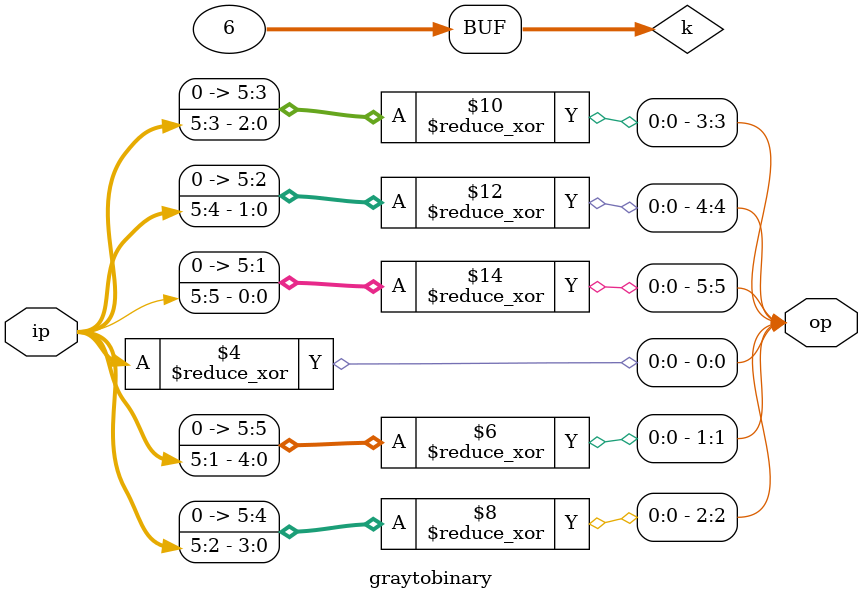
<source format=v>
`timescale 1ns / 1ps

module graytobinary(ip,op);
input [5:0] ip;
output reg [5:0] op;
integer k;
always @* begin // combinational logic
        for (k = 0; k < 6; k = k+1) begin
            op[k] = ^(ip >> k);
        end
    end
endmodule

</source>
